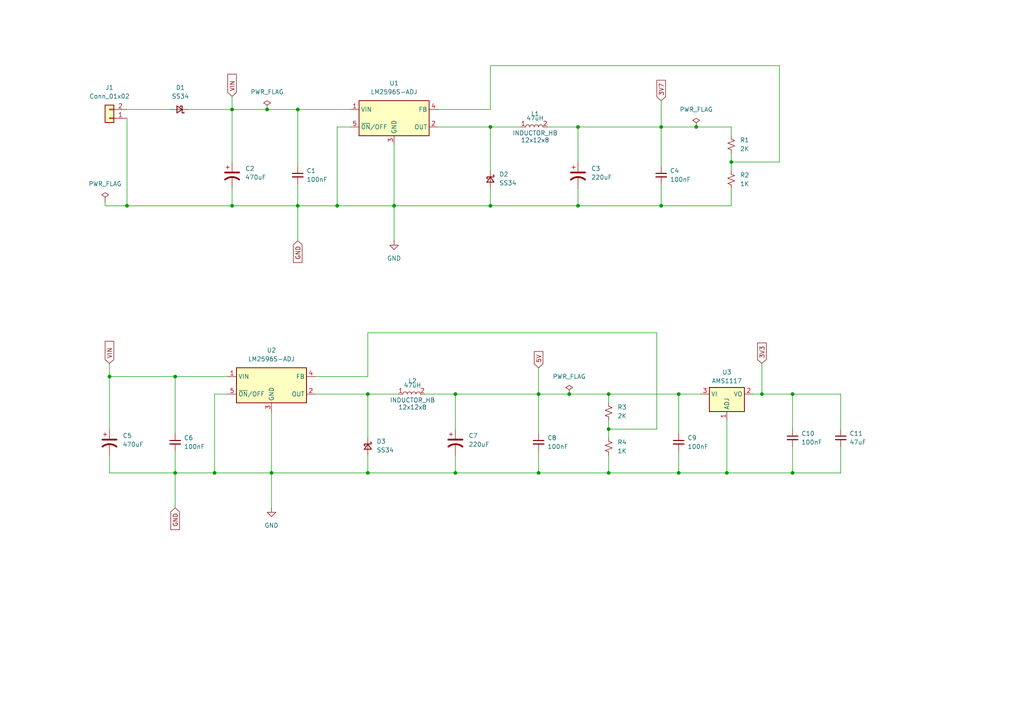
<source format=kicad_sch>
(kicad_sch (version 20250114) (generator "eeschema") (generator_version "9.0")
  (paper "A4")
  (lib_symbols
    (symbol "Connector_Generic:Conn_01x02" (pin_names (offset 1.016) (hide yes))
      (property "Reference" "J" (at 0 2.54 0))
      (property "Value" "Conn_01x02" (at 0 -5.08 0))
      (symbol "Conn_01x02_1_1"
        (rectangle (start -1.27 1.27) (end 1.27 -3.81) (stroke (width 0.254)) (fill (type background)))
        (rectangle (start -1.27 0.127) (end 0 -0.127) (stroke (width 0.1524)))
        (rectangle (start -1.27 -2.413) (end 0 -2.667) (stroke (width 0.1524)))
        (pin passive line (at -5.08 0 0) (length 3.81) (name "Pin_1") (number "1"))
        (pin passive line (at -5.08 -2.54 0) (length 3.81) (name "Pin_2") (number "2"))
      )
    )
    (symbol "Device:C_Polarized_US" (pin_numbers (hide yes)) (pin_names (offset 0.254) (hide yes))
      (property "Reference" "C" (at 0.635 2.54 0))
      (property "Value" "C_Polarized_US" (at 0.635 -2.54 0))
      (symbol "C_Polarized_US_0_1"
        (polyline (pts (xy -2.032 0.762) (xy 2.032 0.762)) (stroke (width 0.508)))
        (polyline (pts (xy -1.778 2.286) (xy -0.762 2.286)))
        (polyline (pts (xy -1.27 1.778) (xy -1.27 2.794)))
        (arc (start -2.032 -1.27) (mid 0 -0.5572) (end 2.032 -1.27) (stroke (width 0.508)))
      )
      (symbol "C_Polarized_US_1_1"
        (pin passive line (at 0 3.81 270) (length 2.794) (name "~") (number "1"))
        (pin passive line (at 0 -3.81 90) (length 3.302) (name "~") (number "2"))
      )
    )
    (symbol "Device:C_Small" (pin_numbers (hide yes)) (pin_names (offset 0.254) (hide yes))
      (property "Reference" "C" (at 0.254 1.778 0))
      (property "Value" "C_Small" (at 0.254 -2.032 0))
      (symbol "C_Small_0_1"
        (polyline (pts (xy -1.524 0.508) (xy 1.524 0.508)) (stroke (width 0.3048)))
        (polyline (pts (xy -1.524 -0.508) (xy 1.524 -0.508)) (stroke (width 0.3302)))
      )
      (symbol "C_Small_1_1"
        (pin passive line (at 0 2.54 270) (length 2.032) (name "~") (number "1"))
        (pin passive line (at 0 -2.54 90) (length 2.032) (name "~") (number "2"))
      )
    )
    (symbol "Device:D_Schottky_Small" (pin_numbers (hide yes)) (pin_names (offset 0.254) (hide yes))
      (property "Reference" "D" (at -1.27 2.032 0))
      (property "Value" "D_Schottky_Small" (at -7.112 -2.032 0))
      (symbol "D_Schottky_Small_0_1"
        (polyline (pts (xy -1.27 0.762) (xy -1.27 1.016) (xy -0.762 1.016) (xy -0.762 -1.016) (xy -0.254 -1.016) (xy -0.254 -0.762)) (stroke (width 0.254)))
        (polyline (pts (xy -0.762 0) (xy 0.762 0)))
        (polyline (pts (xy 0.762 -1.016) (xy -0.762 0) (xy 0.762 1.016) (xy 0.762 -1.016)) (stroke (width 0.254)))
      )
      (symbol "D_Schottky_Small_1_1"
        (pin passive line (at -2.54 0 0) (length 1.778) (name "K") (number "1"))
        (pin passive line (at 2.54 0 180) (length 1.778) (name "A") (number "2"))
      )
    )
    (symbol "Device:R_Small_US" (pin_numbers (hide yes)) (pin_names (offset 0.254) (hide yes))
      (property "Reference" "R" (at 0.762 0.508 0))
      (property "Value" "R_Small_US" (at 0.762 -1.016 0))
      (symbol "R_Small_US_1_1"
        (polyline (pts (xy 0 1.524) (xy 1.016 1.143) (xy 0 0.762) (xy -1.016 0.381) (xy 0 0)))
        (polyline (pts (xy 0 0) (xy 1.016 -0.381) (xy 0 -0.762) (xy -1.016 -1.143) (xy 0 -1.524)))
        (pin passive line (at 0 2.54 270) (length 1.016) (name "~") (number "1"))
        (pin passive line (at 0 -2.54 90) (length 1.016) (name "~") (number "2"))
      )
    )
    (symbol "Regulator_Linear:AMS1117"
      (property "Reference" "U" (at -3.81 3.175 0))
      (property "Value" "AMS1117" (at 0 3.175 0))
      (symbol "AMS1117_0_1"
        (rectangle (start -5.08 -5.08) (end 5.08 1.905) (stroke (width 0.254)) (fill (type background)))
      )
      (symbol "AMS1117_1_1"
        (pin power_in line (at -7.62 0 0) (length 2.54) (name "VI") (number "3"))
        (pin input line (at 0 -7.62 90) (length 2.54) (name "ADJ") (number "1"))
        (pin power_out line (at 7.62 0 180) (length 2.54) (name "VO") (number "2"))
      )
    )
    (symbol "Regulator_Switching:LM2596S-ADJ"
      (property "Reference" "U" (at -10.16 6.35 0))
      (property "Value" "LM2596S-ADJ" (at 0 6.35 0))
      (symbol "LM2596S-ADJ_0_1"
        (rectangle (start -10.16 5.08) (end 10.16 -5.08) (stroke (width 0.254)) (fill (type background)))
      )
      (symbol "LM2596S-ADJ_1_1"
        (pin power_in line (at -12.7 2.54 0) (length 2.54) (name "VIN") (number "1"))
        (pin input line (at -12.7 -2.54 0) (length 2.54) (name "~{ON}/OFF") (number "5"))
        (pin power_in line (at 0 -7.62 90) (length 2.54) (name "GND") (number "3"))
        (pin input line (at 12.7 2.54 180) (length 2.54) (name "FB") (number "4"))
        (pin output line (at 12.7 -2.54 180) (length 2.54) (name "OUT") (number "2"))
      )
    )
    (symbol "User_HB_Library:INDUCTOR_12x12x8_HB"
      (property "Reference" "L" (at 0 1.778 0))
      (symbol "INDUCTOR_12x12x8_HB_0_1"
        (arc (start -2.54 0) (mid -1.905 0.6323) (end -1.27 0))
        (arc (start -1.27 0) (mid -0.635 0.6323) (end 0 0))
        (arc (start 0 0) (mid 0.635 0.6323) (end 1.27 0))
        (arc (start 1.27 0) (mid 1.905 0.6323) (end 2.54 0))
      )
      (symbol "INDUCTOR_12x12x8_HB_1_1"
        (text "INDUCTOR_HB\n12x12x8\n\n" (at 0.254 -3.81 0) (effects (font (size 1.27 1.27))))
        (pin passive line (at -3.81 0 0) (length 1.27) (name "") (number "1"))
        (pin passive line (at 3.81 0 180) (length 1.27) (name "") (number "2"))
      )
    )
    (symbol "power:GND" (power) (pin_numbers (hide yes)) (pin_names (offset 0) (hide yes))
      (property "Value" "GND" (at 0 -3.81 0))
      (symbol "GND_0_1"
        (polyline (pts (xy 0 0) (xy 0 -1.27) (xy 1.27 -1.27) (xy 0 -2.54) (xy -1.27 -1.27) (xy 0 -1.27)))
      )
      (symbol "GND_1_1"
        (pin power_in line (at 0 0 270) (length 0) (name "~") (number "1"))
      )
    )
    (symbol "power:PWR_FLAG" (power) (pin_numbers (hide yes)) (pin_names (offset 0) (hide yes))
      (property "Value" "PWR_FLAG" (at 0 3.81 0))
      (symbol "PWR_FLAG_0_0"
        (pin power_out line (at 0 0 90) (length 0) (name "~") (number "1"))
      )
      (symbol "PWR_FLAG_0_1"
        (polyline (pts (xy 0 0) (xy 0 1.27) (xy -1.016 1.905) (xy 0 2.54) (xy 1.016 1.905) (xy 0 1.27)))
      )
    )
  )
  (junction (at 156.21 137.16))
  (junction (at 191.77 36.83))
  (junction (at 132.08 114.3))
  (junction (at 156.21 114.3))
  (junction (at 97.79 59.69))
  (junction (at 31.75 109.22))
  (junction (at 142.24 36.83))
  (junction (at 196.85 137.16))
  (junction (at 220.98 114.3))
  (junction (at 142.24 59.69))
  (junction (at 210.82 137.16))
  (junction (at 167.64 36.83))
  (junction (at 201.93 36.83))
  (junction (at 36.83 59.69))
  (junction (at 167.64 59.69))
  (junction (at 191.77 59.69))
  (junction (at 196.85 114.3))
  (junction (at 176.53 137.16))
  (junction (at 62.23 137.16))
  (junction (at 176.53 114.3))
  (junction (at 229.87 137.16))
  (junction (at 165.1 114.3))
  (junction (at 106.68 114.3))
  (junction (at 77.47 31.75))
  (junction (at 67.31 59.69))
  (junction (at 78.74 137.16))
  (junction (at 176.53 124.46))
  (junction (at 50.8 137.16))
  (junction (at 86.36 31.75))
  (junction (at 132.08 137.16))
  (junction (at 114.3 59.69))
  (junction (at 67.31 31.75))
  (junction (at 86.36 59.69))
  (junction (at 106.68 137.16))
  (junction (at 212.09 46.99))
  (junction (at 229.87 114.3))
  (junction (at 50.8 109.22))
  (wire (pts (xy 86.36 53.34) (xy 86.36 59.69)))
  (wire (pts (xy 220.98 105.41) (xy 220.98 114.3)))
  (wire (pts (xy 196.85 130.81) (xy 196.85 137.16)))
  (wire (pts (xy 142.24 31.75) (xy 127 31.75)))
  (wire (pts (xy 30.48 58.42) (xy 30.48 59.69)))
  (wire (pts (xy 191.77 53.34) (xy 191.77 59.69)))
  (wire (pts (xy 67.31 27.94) (xy 67.31 31.75)))
  (wire (pts (xy 36.83 59.69) (xy 67.31 59.69)))
  (wire (pts (xy 142.24 36.83) (xy 151.13 36.83)))
  (wire (pts (xy 212.09 54.61) (xy 212.09 59.69)))
  (wire (pts (xy 176.53 124.46) (xy 176.53 127)))
  (wire (pts (xy 36.83 31.75) (xy 49.53 31.75)))
  (wire (pts (xy 210.82 137.16) (xy 229.87 137.16)))
  (wire (pts (xy 210.82 121.92) (xy 210.82 137.16)))
  (wire (pts (xy 191.77 59.69) (xy 167.64 59.69)))
  (wire (pts (xy 212.09 39.37) (xy 212.09 36.83)))
  (wire (pts (xy 106.68 127) (xy 106.68 114.3)))
  (wire (pts (xy 86.36 59.69) (xy 86.36 69.85)))
  (wire (pts (xy 86.36 59.69) (xy 97.79 59.69)))
  (wire (pts (xy 142.24 59.69) (xy 167.64 59.69)))
  (wire (pts (xy 132.08 114.3) (xy 132.08 124.46)))
  (wire (pts (xy 62.23 114.3) (xy 62.23 137.16)))
  (wire (pts (xy 66.04 114.3) (xy 62.23 114.3)))
  (wire (pts (xy 191.77 36.83) (xy 201.93 36.83)))
  (wire (pts (xy 229.87 129.54) (xy 229.87 137.16)))
  (wire (pts (xy 114.3 59.69) (xy 142.24 59.69)))
  (wire (pts (xy 191.77 59.69) (xy 212.09 59.69)))
  (wire (pts (xy 50.8 137.16) (xy 31.75 137.16)))
  (wire (pts (xy 201.93 36.83) (xy 212.09 36.83)))
  (wire (pts (xy 176.53 124.46) (xy 190.5 124.46)))
  (wire (pts (xy 106.68 109.22) (xy 91.44 109.22)))
  (wire (pts (xy 77.47 31.75) (xy 86.36 31.75)))
  (wire (pts (xy 243.84 129.54) (xy 243.84 137.16)))
  (wire (pts (xy 190.5 96.52) (xy 190.5 124.46)))
  (wire (pts (xy 106.68 96.52) (xy 190.5 96.52)))
  (wire (pts (xy 78.74 119.38) (xy 78.74 137.16)))
  (wire (pts (xy 132.08 137.16) (xy 132.08 132.08)))
  (wire (pts (xy 67.31 59.69) (xy 67.31 54.61)))
  (wire (pts (xy 123.19 114.3) (xy 132.08 114.3)))
  (wire (pts (xy 50.8 137.16) (xy 62.23 137.16)))
  (wire (pts (xy 106.68 137.16) (xy 132.08 137.16)))
  (wire (pts (xy 106.68 96.52) (xy 106.68 109.22)))
  (wire (pts (xy 86.36 31.75) (xy 101.6 31.75)))
  (wire (pts (xy 156.21 137.16) (xy 132.08 137.16)))
  (wire (pts (xy 210.82 137.16) (xy 196.85 137.16)))
  (wire (pts (xy 142.24 19.05) (xy 226.06 19.05)))
  (wire (pts (xy 142.24 49.53) (xy 142.24 36.83)))
  (wire (pts (xy 167.64 36.83) (xy 167.64 46.99)))
  (wire (pts (xy 212.09 44.45) (xy 212.09 46.99)))
  (wire (pts (xy 50.8 137.16) (xy 50.8 147.32)))
  (wire (pts (xy 31.75 109.22) (xy 31.75 124.46)))
  (wire (pts (xy 31.75 137.16) (xy 31.75 132.08)))
  (wire (pts (xy 191.77 48.26) (xy 191.77 36.83)))
  (wire (pts (xy 67.31 31.75) (xy 77.47 31.75)))
  (wire (pts (xy 176.53 121.92) (xy 176.53 124.46)))
  (wire (pts (xy 97.79 59.69) (xy 114.3 59.69)))
  (wire (pts (xy 50.8 130.81) (xy 50.8 137.16)))
  (wire (pts (xy 212.09 46.99) (xy 212.09 49.53)))
  (wire (pts (xy 114.3 41.91) (xy 114.3 59.69)))
  (wire (pts (xy 229.87 137.16) (xy 243.84 137.16)))
  (wire (pts (xy 156.21 114.3) (xy 165.1 114.3)))
  (wire (pts (xy 191.77 29.21) (xy 191.77 36.83)))
  (wire (pts (xy 176.53 114.3) (xy 196.85 114.3)))
  (wire (pts (xy 176.53 116.84) (xy 176.53 114.3)))
  (wire (pts (xy 50.8 109.22) (xy 66.04 109.22)))
  (wire (pts (xy 106.68 114.3) (xy 115.57 114.3)))
  (wire (pts (xy 191.77 36.83) (xy 167.64 36.83)))
  (wire (pts (xy 114.3 69.85) (xy 114.3 59.69)))
  (wire (pts (xy 156.21 114.3) (xy 132.08 114.3)))
  (wire (pts (xy 142.24 19.05) (xy 142.24 31.75)))
  (wire (pts (xy 106.68 114.3) (xy 91.44 114.3)))
  (wire (pts (xy 31.75 105.41) (xy 31.75 109.22)))
  (wire (pts (xy 156.21 130.81) (xy 156.21 137.16)))
  (wire (pts (xy 31.75 109.22) (xy 50.8 109.22)))
  (wire (pts (xy 101.6 36.83) (xy 97.79 36.83)))
  (wire (pts (xy 156.21 125.73) (xy 156.21 114.3)))
  (wire (pts (xy 78.74 147.32) (xy 78.74 137.16)))
  (wire (pts (xy 220.98 114.3) (xy 229.87 114.3)))
  (wire (pts (xy 30.48 59.69) (xy 36.83 59.69)))
  (wire (pts (xy 229.87 114.3) (xy 243.84 114.3)))
  (wire (pts (xy 50.8 109.22) (xy 50.8 125.73)))
  (wire (pts (xy 243.84 124.46) (xy 243.84 114.3)))
  (wire (pts (xy 226.06 19.05) (xy 226.06 46.99)))
  (wire (pts (xy 156.21 137.16) (xy 176.53 137.16)))
  (wire (pts (xy 176.53 137.16) (xy 196.85 137.16)))
  (wire (pts (xy 158.75 36.83) (xy 167.64 36.83)))
  (wire (pts (xy 176.53 132.08) (xy 176.53 137.16)))
  (wire (pts (xy 54.61 31.75) (xy 67.31 31.75)))
  (wire (pts (xy 229.87 114.3) (xy 229.87 124.46)))
  (wire (pts (xy 86.36 31.75) (xy 86.36 48.26)))
  (wire (pts (xy 106.68 132.08) (xy 106.68 137.16)))
  (wire (pts (xy 165.1 114.3) (xy 176.53 114.3)))
  (wire (pts (xy 156.21 106.68) (xy 156.21 114.3)))
  (wire (pts (xy 218.44 114.3) (xy 220.98 114.3)))
  (wire (pts (xy 196.85 125.73) (xy 196.85 114.3)))
  (wire (pts (xy 196.85 114.3) (xy 203.2 114.3)))
  (wire (pts (xy 142.24 54.61) (xy 142.24 59.69)))
  (wire (pts (xy 67.31 31.75) (xy 67.31 46.99)))
  (wire (pts (xy 86.36 59.69) (xy 67.31 59.69)))
  (wire (pts (xy 78.74 137.16) (xy 106.68 137.16)))
  (wire (pts (xy 167.64 59.69) (xy 167.64 54.61)))
  (wire (pts (xy 97.79 36.83) (xy 97.79 59.69)))
  (wire (pts (xy 212.09 46.99) (xy 226.06 46.99)))
  (wire (pts (xy 62.23 137.16) (xy 78.74 137.16)))
  (wire (pts (xy 142.24 36.83) (xy 127 36.83)))
  (wire (pts (xy 36.83 34.29) (xy 36.83 59.69)))
  (global_label "5V" (shape input) (at 156.21 106.68 90) (property "Intersheetrefs" "${INTERSHEET_REFS}" (effects (hide yes))))
  (global_label "VIN " (shape input) (at 67.31 27.94 90) (property "Intersheetrefs" "${INTERSHEET_REFS}" (effects (hide yes))))
  (global_label "3V3" (shape input) (at 220.98 105.41 90) (property "Intersheetrefs" "${INTERSHEET_REFS}" (effects (hide yes))))
  (global_label "GND" (shape input) (at 86.36 69.85 270) (property "Intersheetrefs" "${INTERSHEET_REFS}" (effects (hide yes))))
  (global_label "VIN " (shape input) (at 31.75 105.41 90) (property "Intersheetrefs" "${INTERSHEET_REFS}" (effects (hide yes))))
  (global_label "GND" (shape input) (at 50.8 147.32 270) (property "Intersheetrefs" "${INTERSHEET_REFS}" (effects (hide yes))))
  (global_label "3V7" (shape input) (at 191.77 29.21 90) (property "Intersheetrefs" "${INTERSHEET_REFS}" (effects (hide yes))))
  (symbol (lib_id "Device:D_Schottky_Small") (at 142.24 52.07 270) (unit 1)
    (property "Reference" "D2" (at 144.78 50.5459 90) (effects (justify left)))
    (property "Value" "SS34" (at 144.78 53.0859 90) (effects (justify left)))
    (property "Footprint" "Diode_SMD:D_SMC" (effects (hide yes)))
    (property "Description" "Schottky diode, small symbol" (effects (hide yes)))
  )
  (symbol (lib_id "Device:R_Small_US") (at 212.09 52.07 0) (unit 1)
    (property "Reference" "R2" (at 214.63 50.7999 0) (effects (justify left)))
    (property "Value" "1K" (at 214.63 53.3399 0) (effects (justify left)))
    (property "Footprint" "Resistor_SMD:R_0805_2012Metric_Pad1.20x1.40mm_HandSolder" (effects (hide yes)))
    (property "Description" "Resistor, small US symbol" (effects (hide yes)))
  )
  (symbol (lib_id "power:GND") (at 114.3 69.85 0) (unit 1)
    (property "Reference" "#PWR01" (effects (hide yes)))
    (property "Value" "GND" (at 114.3 74.93 0))
    (property "Description" "Power symbol creates a global label with name \"GND\" , ground" (effects (hide yes)))
  )
  (symbol (lib_id "power:PWR_FLAG") (at 165.1 114.3 0) (unit 1)
    (property "Reference" "#FLG03" (effects (hide yes)))
    (property "Value" "PWR_FLAG" (at 165.1 109.22 0))
    (property "Description" "Special symbol for telling ERC where power comes from" (effects (hide yes)))
  )
  (symbol (lib_id "Device:C_Polarized_US") (at 167.64 50.8 0) (unit 1)
    (property "Reference" "C3" (at 171.45 48.8949 0) (effects (justify left)))
    (property "Value" "220uF" (at 171.45 51.4349 0) (effects (justify left)))
    (property "Footprint" "Capacitor_SMD:CP_Elec_8x10" (effects (hide yes)))
    (property "Description" "Polarized capacitor, US symbol" (effects (hide yes)))
  )
  (symbol (lib_id "power:PWR_FLAG") (at 201.93 36.83 0) (unit 1)
    (property "Reference" "#FLG02" (effects (hide yes)))
    (property "Value" "PWR_FLAG" (at 201.93 31.75 0))
    (property "Description" "Special symbol for telling ERC where power comes from" (effects (hide yes)))
  )
  (symbol (lib_id "power:GND") (at 78.74 147.32 0) (unit 1)
    (property "Reference" "#PWR02" (effects (hide yes)))
    (property "Value" "GND" (at 78.74 152.4 0))
    (property "Description" "Power symbol creates a global label with name \"GND\" , ground" (effects (hide yes)))
  )
  (symbol (lib_id "Device:C_Polarized_US") (at 31.75 128.27 0) (unit 1)
    (property "Reference" "C5" (at 35.56 126.3649 0) (effects (justify left)))
    (property "Value" "470uF" (at 35.56 128.9049 0) (effects (justify left)))
    (property "Footprint" "Capacitor_SMD:CP_Elec_8x10" (effects (hide yes)))
    (property "Description" "Polarized capacitor, US symbol" (effects (hide yes)))
  )
  (symbol (lib_id "Device:D_Schottky_Small") (at 106.68 129.54 270) (unit 1)
    (property "Reference" "D3" (at 109.22 128.0159 90) (effects (justify left)))
    (property "Value" "SS34" (at 109.22 130.5559 90) (effects (justify left)))
    (property "Footprint" "Diode_SMD:D_SMC" (effects (hide yes)))
    (property "Description" "Schottky diode, small symbol" (effects (hide yes)))
  )
  (symbol (lib_id "Device:R_Small_US") (at 212.09 41.91 0) (unit 1)
    (property "Reference" "R1" (at 214.63 40.6399 0) (effects (justify left)))
    (property "Value" "2K" (at 214.63 43.1799 0) (effects (justify left)))
    (property "Footprint" "Resistor_SMD:R_0805_2012Metric_Pad1.20x1.40mm_HandSolder" (effects (hide yes)))
    (property "Description" "Resistor, small US symbol" (effects (hide yes)))
  )
  (symbol (lib_id "power:PWR_FLAG") (at 77.47 31.75 0) (unit 1)
    (property "Reference" "#FLG04" (effects (hide yes)))
    (property "Value" "PWR_FLAG" (at 77.47 26.67 0))
    (property "Description" "Special symbol for telling ERC where power comes from" (effects (hide yes)))
  )
  (symbol (lib_id "Device:C_Small") (at 156.21 128.27 0) (unit 1)
    (property "Reference" "C8" (at 158.75 127.0062 0) (effects (justify left)))
    (property "Value" "100nF" (at 158.75 129.5462 0) (effects (justify left)))
    (property "Footprint" "Capacitor_SMD:C_0805_2012Metric_Pad1.18x1.45mm_HandSolder" (effects (hide yes)))
    (property "Description" "Unpolarized capacitor, small symbol" (effects (hide yes)))
  )
  (symbol (lib_id "Device:C_Polarized_US") (at 132.08 128.27 0) (unit 1)
    (property "Reference" "C7" (at 135.89 126.3649 0) (effects (justify left)))
    (property "Value" "220uF" (at 135.89 128.9049 0) (effects (justify left)))
    (property "Footprint" "Capacitor_SMD:CP_Elec_8x10" (effects (hide yes)))
    (property "Description" "Polarized capacitor, US symbol" (effects (hide yes)))
  )
  (symbol (lib_id "Device:C_Small") (at 243.84 127 0) (unit 1)
    (property "Reference" "C11" (at 246.38 125.7362 0) (effects (justify left)))
    (property "Value" "47uF" (at 246.38 128.2762 0) (effects (justify left)))
    (property "Footprint" "Capacitor_SMD:C_0805_2012Metric_Pad1.18x1.45mm_HandSolder" (effects (hide yes)))
    (property "Description" "Unpolarized capacitor, small symbol" (effects (hide yes)))
  )
  (symbol (lib_id "User_HB_Library:INDUCTOR_12x12x8_HB") (at 154.94 36.83 0) (unit 1)
    (property "Reference" "L1" (at 155.194 33.02 0))
    (property "Value" "47uH" (at 155.194 34.29 0))
    (property "Footprint" "User_HB_Footprints:INDUCTOR_12x12x8" (effects (hide yes)))
  )
  (symbol (lib_id "Device:C_Polarized_US") (at 67.31 50.8 0) (unit 1)
    (property "Reference" "C2" (at 71.12 48.8949 0) (effects (justify left)))
    (property "Value" "470uF" (at 71.12 51.4349 0) (effects (justify left)))
    (property "Footprint" "Capacitor_SMD:CP_Elec_8x10" (effects (hide yes)))
    (property "Description" "Polarized capacitor, US symbol" (effects (hide yes)))
  )
  (symbol (lib_id "Device:C_Small") (at 86.36 50.8 0) (unit 1)
    (property "Reference" "C1" (at 88.9 49.5362 0) (effects (justify left)))
    (property "Value" "100nF" (at 88.9 52.0762 0) (effects (justify left)))
    (property "Footprint" "Capacitor_SMD:C_0805_2012Metric_Pad1.18x1.45mm_HandSolder" (effects (hide yes)))
    (property "Description" "Unpolarized capacitor, small symbol" (effects (hide yes)))
  )
  (symbol (lib_id "power:PWR_FLAG") (at 30.48 58.42 0) (unit 1)
    (property "Reference" "#FLG05" (effects (hide yes)))
    (property "Value" "PWR_FLAG" (at 30.48 53.34 0))
    (property "Description" "Special symbol for telling ERC where power comes from" (effects (hide yes)))
  )
  (symbol (lib_id "Device:C_Small") (at 50.8 128.27 0) (unit 1)
    (property "Reference" "C6" (at 53.34 127.0062 0) (effects (justify left)))
    (property "Value" "100nF" (at 53.34 129.5462 0) (effects (justify left)))
    (property "Footprint" "Capacitor_SMD:C_0805_2012Metric_Pad1.18x1.45mm_HandSolder" (effects (hide yes)))
    (property "Description" "Unpolarized capacitor, small symbol" (effects (hide yes)))
  )
  (symbol (lib_id "User_HB_Library:INDUCTOR_12x12x8_HB") (at 119.38 114.3 0) (unit 1)
    (property "Reference" "L2" (at 119.634 110.49 0))
    (property "Value" "47uH" (at 119.634 111.76 0))
    (property "Footprint" "User_HB_Footprints:INDUCTOR_12x12x8" (effects (hide yes)))
  )
  (symbol (lib_id "Device:C_Small") (at 229.87 127 0) (unit 1)
    (property "Reference" "C10" (at 232.41 125.7362 0) (effects (justify left)))
    (property "Value" "100nF" (at 232.41 128.2762 0) (effects (justify left)))
    (property "Footprint" "Capacitor_SMD:C_0805_2012Metric_Pad1.18x1.45mm_HandSolder" (effects (hide yes)))
    (property "Description" "Unpolarized capacitor, small symbol" (effects (hide yes)))
  )
  (symbol (lib_id "Device:D_Schottky_Small") (at 52.07 31.75 180) (unit 1)
    (property "Reference" "D1" (at 52.324 25.4 0))
    (property "Value" "SS34" (at 52.324 27.94 0))
    (property "Footprint" "Diode_SMD:D_SMC" (effects (hide yes)))
    (property "Description" "Schottky diode, small symbol" (effects (hide yes)))
  )
  (symbol (lib_id "Device:C_Small") (at 191.77 50.8 0) (unit 1)
    (property "Reference" "C4" (at 194.31 49.5362 0) (effects (justify left)))
    (property "Value" "100nF" (at 194.31 52.0762 0) (effects (justify left)))
    (property "Footprint" "Capacitor_SMD:C_0805_2012Metric_Pad1.18x1.45mm_HandSolder" (effects (hide yes)))
    (property "Description" "Unpolarized capacitor, small symbol" (effects (hide yes)))
  )
  (symbol (lib_id "Device:R_Small_US") (at 176.53 119.38 0) (unit 1)
    (property "Reference" "R3" (at 179.07 118.1099 0) (effects (justify left)))
    (property "Value" "2K" (at 179.07 120.6499 0) (effects (justify left)))
    (property "Footprint" "Resistor_SMD:R_0805_2012Metric_Pad1.20x1.40mm_HandSolder" (effects (hide yes)))
    (property "Description" "Resistor, small US symbol" (effects (hide yes)))
  )
  (symbol (lib_id "Device:C_Small") (at 196.85 128.27 0) (unit 1)
    (property "Reference" "C9" (at 199.39 127.0062 0) (effects (justify left)))
    (property "Value" "100nF" (at 199.39 129.5462 0) (effects (justify left)))
    (property "Footprint" "Capacitor_SMD:C_0805_2012Metric_Pad1.18x1.45mm_HandSolder" (effects (hide yes)))
    (property "Description" "Unpolarized capacitor, small symbol" (effects (hide yes)))
  )
  (symbol (lib_id "Regulator_Switching:LM2596S-ADJ") (at 114.3 34.29 0) (unit 1)
    (property "Reference" "U1" (at 114.3 24.13 0))
    (property "Value" "LM2596S-ADJ" (at 114.3 26.67 0))
    (property "Footprint" "Package_TO_SOT_SMD:TO-263-5_TabPin3" (effects (hide yes)))
    (property "Datasheet" "http://www.ti.com/lit/ds/symlink/lm2596.pdf" (effects (hide yes)))
    (property "Description" "Adjustable 3A Step-Down Voltage Regulator, TO-263" (effects (hide yes)))
  )
  (symbol (lib_id "Regulator_Linear:AMS1117") (at 210.82 114.3 0) (unit 1)
    (property "Reference" "U3" (at 210.82 107.95 0))
    (property "Value" "AMS1117" (at 210.82 110.49 0))
    (property "Footprint" "Package_TO_SOT_SMD:SOT-223-3_TabPin2" (effects (hide yes)))
    (property "Datasheet" "http://www.advanced-monolithic.com/pdf/ds1117.pdf" (effects (hide yes)))
    (property "Description" "1A Low Dropout regulator, positive, adjustable output, SOT-223" (effects (hide yes)))
  )
  (symbol (lib_id "Connector_Generic:Conn_01x02") (at 31.75 34.29 180) (unit 1)
    (property "Reference" "J1" (at 31.75 25.4 0))
    (property "Value" "Conn_01x02" (at 31.75 27.94 0))
    (property "Footprint" "Connector_Phoenix_MC_HighVoltage:PhoenixContact_MC_1,5_2-G-5.08_1x02_P5.08mm_Horizontal" (effects (hide yes)))
    (property "Description" "Generic connector, single row, 01x02, script generated (kicad-library-utils/schlib/autogen/connector/)" (effects (hide yes)))
  )
  (symbol (lib_id "Device:R_Small_US") (at 176.53 129.54 0) (unit 1)
    (property "Reference" "R4" (at 179.07 128.2699 0) (effects (justify left)))
    (property "Value" "1K" (at 179.07 130.8099 0) (effects (justify left)))
    (property "Footprint" "Resistor_SMD:R_0805_2012Metric_Pad1.20x1.40mm_HandSolder" (effects (hide yes)))
    (property "Description" "Resistor, small US symbol" (effects (hide yes)))
  )
  (symbol (lib_id "Regulator_Switching:LM2596S-ADJ") (at 78.74 111.76 0) (unit 1)
    (property "Reference" "U2" (at 78.74 101.6 0))
    (property "Value" "LM2596S-ADJ" (at 78.74 104.14 0))
    (property "Footprint" "Package_TO_SOT_SMD:TO-263-5_TabPin3" (effects (hide yes)))
    (property "Datasheet" "http://www.ti.com/lit/ds/symlink/lm2596.pdf" (effects (hide yes)))
    (property "Description" "Adjustable 3A Step-Down Voltage Regulator, TO-263" (effects (hide yes)))
  )
)
</source>
